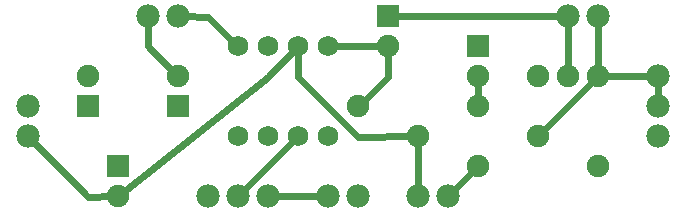
<source format=gbl>
G04 MADE WITH FRITZING*
G04 WWW.FRITZING.ORG*
G04 DOUBLE SIDED*
G04 HOLES PLATED*
G04 CONTOUR ON CENTER OF CONTOUR VECTOR*
%ASAXBY*%
%FSLAX23Y23*%
%MOIN*%
%OFA0B0*%
%SFA1.0B1.0*%
%ADD10C,0.075000*%
%ADD11C,0.078000*%
%ADD12C,0.068000*%
%ADD13R,0.075000X0.075000*%
%ADD14C,0.024000*%
%LNCOPPER0*%
G90*
G70*
G54D10*
X1338Y716D03*
X1338Y616D03*
X438Y216D03*
X438Y116D03*
X338Y416D03*
X338Y516D03*
X1638Y616D03*
X1638Y516D03*
X638Y416D03*
X638Y516D03*
X2038Y216D03*
X1638Y216D03*
X1838Y516D03*
X1938Y516D03*
X2038Y516D03*
G54D11*
X2238Y516D03*
X2238Y416D03*
X2238Y316D03*
X2038Y716D03*
X1938Y716D03*
X1538Y116D03*
X1438Y116D03*
X938Y116D03*
X838Y116D03*
X738Y116D03*
X138Y416D03*
X138Y316D03*
X1238Y116D03*
X1138Y116D03*
X538Y716D03*
X638Y716D03*
G54D10*
X1238Y416D03*
X1638Y416D03*
X1438Y316D03*
X1838Y316D03*
G54D12*
X837Y316D03*
X937Y316D03*
X1037Y316D03*
X1137Y316D03*
X1137Y616D03*
X1037Y616D03*
X937Y616D03*
X837Y616D03*
G54D13*
X1338Y716D03*
X438Y216D03*
X338Y416D03*
X1638Y616D03*
X638Y416D03*
G54D14*
X737Y715D02*
X657Y716D01*
D02*
X825Y627D02*
X737Y715D01*
D02*
X937Y515D02*
X452Y127D01*
D02*
X1025Y605D02*
X937Y515D01*
D02*
X1039Y515D02*
X1037Y600D01*
D02*
X1239Y315D02*
X1039Y515D01*
D02*
X1420Y316D02*
X1239Y315D01*
D02*
X1438Y298D02*
X1438Y135D01*
D02*
X937Y217D02*
X1025Y305D01*
D02*
X851Y129D02*
X937Y217D01*
D02*
X1839Y316D02*
X1839Y316D01*
D02*
X2026Y503D02*
X1839Y316D01*
D02*
X957Y116D02*
X1119Y116D01*
D02*
X1626Y203D02*
X1551Y129D01*
D02*
X2038Y533D02*
X2038Y697D01*
D02*
X1919Y716D02*
X1355Y716D01*
D02*
X537Y616D02*
X626Y528D01*
D02*
X538Y697D02*
X537Y616D01*
D02*
X2238Y497D02*
X2238Y435D01*
D02*
X2055Y516D02*
X2219Y516D01*
D02*
X1239Y616D02*
X1320Y616D01*
D02*
X1153Y616D02*
X1239Y616D01*
D02*
X1938Y533D02*
X1938Y697D01*
D02*
X1339Y515D02*
X1338Y598D01*
D02*
X1250Y428D02*
X1339Y515D01*
D02*
X1638Y433D02*
X1638Y498D01*
D02*
X339Y115D02*
X420Y116D01*
D02*
X151Y302D02*
X339Y115D01*
G04 End of Copper0*
M02*
</source>
